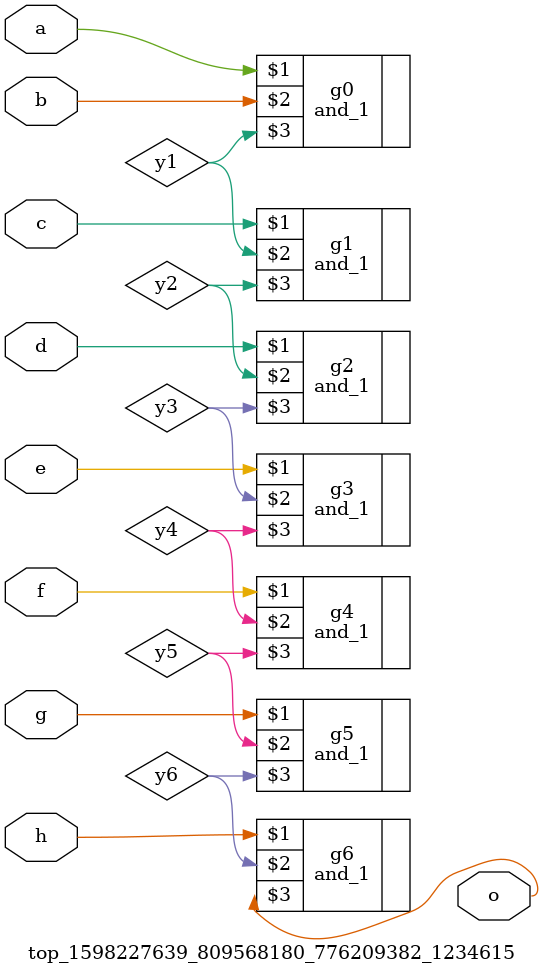
<source format=v>

module top_1598227639_809568180_776209382_1234615 (a, b, c, d, e, f, g, h, o);
 input a, b, c, d, e, f, g, h;
 output o;
 and_1 g0(a,b,y1);
 and_1 g1(c,y1,y2);
 and_1 g2(d,y2,y3);
 and_1 g3(e,y3,y4);
 and_1 g4(f,y4,y5);
 and_1 g5(g,y5,y6);
 and_1 g6(h,y6,o);
endmodule

</source>
